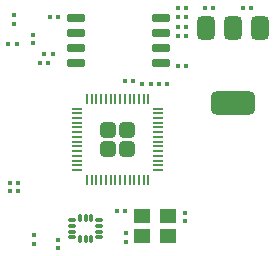
<source format=gbr>
%TF.GenerationSoftware,KiCad,Pcbnew,8.0.4*%
%TF.CreationDate,2024-08-15T19:07:05-07:00*%
%TF.ProjectId,RoboBuddy_NoSIlkScreen,526f626f-4275-4646-9479-5f4e6f53496c,rev?*%
%TF.SameCoordinates,Original*%
%TF.FileFunction,Paste,Top*%
%TF.FilePolarity,Positive*%
%FSLAX46Y46*%
G04 Gerber Fmt 4.6, Leading zero omitted, Abs format (unit mm)*
G04 Created by KiCad (PCBNEW 8.0.4) date 2024-08-15 19:07:05*
%MOMM*%
%LPD*%
G01*
G04 APERTURE LIST*
G04 Aperture macros list*
%AMRoundRect*
0 Rectangle with rounded corners*
0 $1 Rounding radius*
0 $2 $3 $4 $5 $6 $7 $8 $9 X,Y pos of 4 corners*
0 Add a 4 corners polygon primitive as box body*
4,1,4,$2,$3,$4,$5,$6,$7,$8,$9,$2,$3,0*
0 Add four circle primitives for the rounded corners*
1,1,$1+$1,$2,$3*
1,1,$1+$1,$4,$5*
1,1,$1+$1,$6,$7*
1,1,$1+$1,$8,$9*
0 Add four rect primitives between the rounded corners*
20,1,$1+$1,$2,$3,$4,$5,0*
20,1,$1+$1,$4,$5,$6,$7,0*
20,1,$1+$1,$6,$7,$8,$9,0*
20,1,$1+$1,$8,$9,$2,$3,0*%
G04 Aperture macros list end*
%ADD10RoundRect,0.079500X0.100500X-0.079500X0.100500X0.079500X-0.100500X0.079500X-0.100500X-0.079500X0*%
%ADD11RoundRect,0.079500X-0.079500X-0.100500X0.079500X-0.100500X0.079500X0.100500X-0.079500X0.100500X0*%
%ADD12RoundRect,0.079500X0.079500X0.100500X-0.079500X0.100500X-0.079500X-0.100500X0.079500X-0.100500X0*%
%ADD13RoundRect,0.249999X-0.395001X-0.395001X0.395001X-0.395001X0.395001X0.395001X-0.395001X0.395001X0*%
%ADD14RoundRect,0.050000X-0.387500X-0.050000X0.387500X-0.050000X0.387500X0.050000X-0.387500X0.050000X0*%
%ADD15RoundRect,0.050000X-0.050000X-0.387500X0.050000X-0.387500X0.050000X0.387500X-0.050000X0.387500X0*%
%ADD16R,1.400000X1.200000*%
%ADD17RoundRect,0.150000X-0.650000X-0.150000X0.650000X-0.150000X0.650000X0.150000X-0.650000X0.150000X0*%
%ADD18RoundRect,0.087500X-0.225000X-0.087500X0.225000X-0.087500X0.225000X0.087500X-0.225000X0.087500X0*%
%ADD19RoundRect,0.087500X-0.087500X-0.225000X0.087500X-0.225000X0.087500X0.225000X-0.087500X0.225000X0*%
%ADD20RoundRect,0.375000X-0.375000X0.625000X-0.375000X-0.625000X0.375000X-0.625000X0.375000X0.625000X0*%
%ADD21RoundRect,0.500000X-1.400000X0.500000X-1.400000X-0.500000X1.400000X-0.500000X1.400000X0.500000X0*%
G04 APERTURE END LIST*
D10*
%TO.C,C15*%
X141000000Y-98645000D03*
X141000000Y-97955000D03*
%TD*%
D11*
%TO.C,C7*%
X151155000Y-80700000D03*
X151845000Y-80700000D03*
%TD*%
%TO.C,R1*%
X140355000Y-79100000D03*
X141045000Y-79100000D03*
%TD*%
D12*
%TO.C,R2*%
X146690000Y-95500000D03*
X146000000Y-95500000D03*
%TD*%
D11*
%TO.C,R6*%
X136955000Y-93800000D03*
X137645000Y-93800000D03*
%TD*%
D12*
%TO.C,R4*%
X148845000Y-84800000D03*
X148155000Y-84800000D03*
%TD*%
D10*
%TO.C,C16*%
X137300000Y-79645000D03*
X137300000Y-78955000D03*
%TD*%
D12*
%TO.C,R9*%
X140545000Y-82200000D03*
X139855000Y-82200000D03*
%TD*%
%TO.C,R8*%
X137500000Y-81400000D03*
X136810000Y-81400000D03*
%TD*%
%TO.C,R5*%
X137645000Y-93100000D03*
X136955000Y-93100000D03*
%TD*%
D13*
%TO.C,U1*%
X145262500Y-88637500D03*
X145262500Y-90237500D03*
X146862500Y-88637500D03*
X146862500Y-90237500D03*
D14*
X142625000Y-86837500D03*
X142625000Y-87237500D03*
X142625000Y-87637500D03*
X142625000Y-88037500D03*
X142625000Y-88437500D03*
X142625000Y-88837500D03*
X142625000Y-89237500D03*
X142625000Y-89637500D03*
X142625000Y-90037500D03*
X142625000Y-90437500D03*
X142625000Y-90837500D03*
X142625000Y-91237500D03*
X142625000Y-91637500D03*
X142625000Y-92037500D03*
D15*
X143462500Y-92875000D03*
X143862500Y-92875000D03*
X144262500Y-92875000D03*
X144662500Y-92875000D03*
X145062500Y-92875000D03*
X145462500Y-92875000D03*
X145862500Y-92875000D03*
X146262500Y-92875000D03*
X146662500Y-92875000D03*
X147062500Y-92875000D03*
X147462500Y-92875000D03*
X147862500Y-92875000D03*
X148262500Y-92875000D03*
X148662500Y-92875000D03*
D14*
X149500000Y-92037500D03*
X149500000Y-91637500D03*
X149500000Y-91237500D03*
X149500000Y-90837500D03*
X149500000Y-90437500D03*
X149500000Y-90037500D03*
X149500000Y-89637500D03*
X149500000Y-89237500D03*
X149500000Y-88837500D03*
X149500000Y-88437500D03*
X149500000Y-88037500D03*
X149500000Y-87637500D03*
X149500000Y-87237500D03*
X149500000Y-86837500D03*
D15*
X148662500Y-86000000D03*
X148262500Y-86000000D03*
X147862500Y-86000000D03*
X147462500Y-86000000D03*
X147062500Y-86000000D03*
X146662500Y-86000000D03*
X146262500Y-86000000D03*
X145862500Y-86000000D03*
X145462500Y-86000000D03*
X145062500Y-86000000D03*
X144662500Y-86000000D03*
X144262500Y-86000000D03*
X143862500Y-86000000D03*
X143462500Y-86000000D03*
%TD*%
D10*
%TO.C,R7*%
X138900000Y-81325000D03*
X138900000Y-80635000D03*
%TD*%
D11*
%TO.C,C5*%
X151155000Y-79100000D03*
X151845000Y-79100000D03*
%TD*%
D10*
%TO.C,C13*%
X151750000Y-96345000D03*
X151750000Y-95655000D03*
%TD*%
D11*
%TO.C,C3*%
X149555000Y-84800000D03*
X150245000Y-84800000D03*
%TD*%
%TO.C,R3*%
X146655000Y-84500000D03*
X147345000Y-84500000D03*
%TD*%
D16*
%TO.C,Y1*%
X148150000Y-97600000D03*
X150350000Y-97600000D03*
X150350000Y-95900000D03*
X148150000Y-95900000D03*
%TD*%
D17*
%TO.C,U3*%
X142500000Y-79200000D03*
X142500000Y-80470000D03*
X142500000Y-81740000D03*
X142500000Y-83010000D03*
X149700000Y-83010000D03*
X149700000Y-81740000D03*
X149700000Y-80470000D03*
X149700000Y-79200000D03*
%TD*%
D10*
%TO.C,C12*%
X146750000Y-98095000D03*
X146750000Y-97405000D03*
%TD*%
D11*
%TO.C,C1*%
X153455000Y-78300000D03*
X154145000Y-78300000D03*
%TD*%
D18*
%TO.C,U4*%
X142175000Y-96250000D03*
X142175000Y-96750000D03*
X142175000Y-97250000D03*
X142175000Y-97750000D03*
D19*
X142837500Y-97912500D03*
X143337500Y-97912500D03*
X143837500Y-97912500D03*
D18*
X144500000Y-97750000D03*
X144500000Y-97250000D03*
X144500000Y-96750000D03*
X144500000Y-96250000D03*
D19*
X143837500Y-96087500D03*
X143337500Y-96087500D03*
X142837500Y-96087500D03*
%TD*%
D11*
%TO.C,R10*%
X139455000Y-83000000D03*
X140145000Y-83000000D03*
%TD*%
%TO.C,C6*%
X151155000Y-79900000D03*
X151845000Y-79900000D03*
%TD*%
D10*
%TO.C,C14*%
X139000000Y-98265000D03*
X139000000Y-97575000D03*
%TD*%
D11*
%TO.C,C11*%
X151155000Y-78300000D03*
X151845000Y-78300000D03*
%TD*%
D20*
%TO.C,U2*%
X158100000Y-80050000D03*
X155800000Y-80050000D03*
D21*
X155800000Y-86350000D03*
D20*
X153500000Y-80050000D03*
%TD*%
D11*
%TO.C,C2*%
X156655000Y-78300000D03*
X157345000Y-78300000D03*
%TD*%
%TO.C,C8*%
X151155000Y-83200000D03*
X151845000Y-83200000D03*
%TD*%
M02*

</source>
